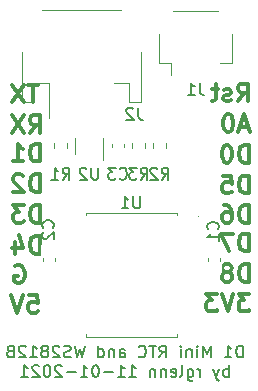
<source format=gbo>
%TF.GenerationSoftware,KiCad,Pcbnew,(5.1.7)-1*%
%TF.CreationDate,2021-01-11T01:01:30-05:00*%
%TF.ProjectId,d1_mini_clock,64315f6d-696e-4695-9f63-6c6f636b2e6b,rev?*%
%TF.SameCoordinates,Original*%
%TF.FileFunction,Legend,Bot*%
%TF.FilePolarity,Positive*%
%FSLAX46Y46*%
G04 Gerber Fmt 4.6, Leading zero omitted, Abs format (unit mm)*
G04 Created by KiCad (PCBNEW (5.1.7)-1) date 2021-01-11 01:01:30*
%MOMM*%
%LPD*%
G01*
G04 APERTURE LIST*
%ADD10C,0.150000*%
%ADD11C,0.300000*%
%ADD12C,0.120000*%
%ADD13O,2.200000X2.200000*%
G04 APERTURE END LIST*
D10*
X148382380Y-108466380D02*
X148382380Y-107466380D01*
X148144285Y-107466380D01*
X148001428Y-107514000D01*
X147906190Y-107609238D01*
X147858571Y-107704476D01*
X147810952Y-107894952D01*
X147810952Y-108037809D01*
X147858571Y-108228285D01*
X147906190Y-108323523D01*
X148001428Y-108418761D01*
X148144285Y-108466380D01*
X148382380Y-108466380D01*
X146858571Y-108466380D02*
X147430000Y-108466380D01*
X147144285Y-108466380D02*
X147144285Y-107466380D01*
X147239523Y-107609238D01*
X147334761Y-107704476D01*
X147430000Y-107752095D01*
X145668095Y-108466380D02*
X145668095Y-107466380D01*
X145334761Y-108180666D01*
X145001428Y-107466380D01*
X145001428Y-108466380D01*
X144525238Y-108466380D02*
X144525238Y-107799714D01*
X144525238Y-107466380D02*
X144572857Y-107514000D01*
X144525238Y-107561619D01*
X144477619Y-107514000D01*
X144525238Y-107466380D01*
X144525238Y-107561619D01*
X144049047Y-107799714D02*
X144049047Y-108466380D01*
X144049047Y-107894952D02*
X144001428Y-107847333D01*
X143906190Y-107799714D01*
X143763333Y-107799714D01*
X143668095Y-107847333D01*
X143620476Y-107942571D01*
X143620476Y-108466380D01*
X143144285Y-108466380D02*
X143144285Y-107799714D01*
X143144285Y-107466380D02*
X143191904Y-107514000D01*
X143144285Y-107561619D01*
X143096666Y-107514000D01*
X143144285Y-107466380D01*
X143144285Y-107561619D01*
X141334761Y-108466380D02*
X141668095Y-107990190D01*
X141906190Y-108466380D02*
X141906190Y-107466380D01*
X141525238Y-107466380D01*
X141430000Y-107514000D01*
X141382380Y-107561619D01*
X141334761Y-107656857D01*
X141334761Y-107799714D01*
X141382380Y-107894952D01*
X141430000Y-107942571D01*
X141525238Y-107990190D01*
X141906190Y-107990190D01*
X141049047Y-107466380D02*
X140477619Y-107466380D01*
X140763333Y-108466380D02*
X140763333Y-107466380D01*
X139572857Y-108371142D02*
X139620476Y-108418761D01*
X139763333Y-108466380D01*
X139858571Y-108466380D01*
X140001428Y-108418761D01*
X140096666Y-108323523D01*
X140144285Y-108228285D01*
X140191904Y-108037809D01*
X140191904Y-107894952D01*
X140144285Y-107704476D01*
X140096666Y-107609238D01*
X140001428Y-107514000D01*
X139858571Y-107466380D01*
X139763333Y-107466380D01*
X139620476Y-107514000D01*
X139572857Y-107561619D01*
X137953809Y-108466380D02*
X137953809Y-107942571D01*
X138001428Y-107847333D01*
X138096666Y-107799714D01*
X138287142Y-107799714D01*
X138382380Y-107847333D01*
X137953809Y-108418761D02*
X138049047Y-108466380D01*
X138287142Y-108466380D01*
X138382380Y-108418761D01*
X138430000Y-108323523D01*
X138430000Y-108228285D01*
X138382380Y-108133047D01*
X138287142Y-108085428D01*
X138049047Y-108085428D01*
X137953809Y-108037809D01*
X137477619Y-107799714D02*
X137477619Y-108466380D01*
X137477619Y-107894952D02*
X137430000Y-107847333D01*
X137334761Y-107799714D01*
X137191904Y-107799714D01*
X137096666Y-107847333D01*
X137049047Y-107942571D01*
X137049047Y-108466380D01*
X136144285Y-108466380D02*
X136144285Y-107466380D01*
X136144285Y-108418761D02*
X136239523Y-108466380D01*
X136430000Y-108466380D01*
X136525238Y-108418761D01*
X136572857Y-108371142D01*
X136620476Y-108275904D01*
X136620476Y-107990190D01*
X136572857Y-107894952D01*
X136525238Y-107847333D01*
X136430000Y-107799714D01*
X136239523Y-107799714D01*
X136144285Y-107847333D01*
X135001428Y-107466380D02*
X134763333Y-108466380D01*
X134572857Y-107752095D01*
X134382380Y-108466380D01*
X134144285Y-107466380D01*
X133810952Y-108418761D02*
X133668095Y-108466380D01*
X133430000Y-108466380D01*
X133334761Y-108418761D01*
X133287142Y-108371142D01*
X133239523Y-108275904D01*
X133239523Y-108180666D01*
X133287142Y-108085428D01*
X133334761Y-108037809D01*
X133430000Y-107990190D01*
X133620476Y-107942571D01*
X133715714Y-107894952D01*
X133763333Y-107847333D01*
X133810952Y-107752095D01*
X133810952Y-107656857D01*
X133763333Y-107561619D01*
X133715714Y-107514000D01*
X133620476Y-107466380D01*
X133382380Y-107466380D01*
X133239523Y-107514000D01*
X132858571Y-107561619D02*
X132810952Y-107514000D01*
X132715714Y-107466380D01*
X132477619Y-107466380D01*
X132382380Y-107514000D01*
X132334761Y-107561619D01*
X132287142Y-107656857D01*
X132287142Y-107752095D01*
X132334761Y-107894952D01*
X132906190Y-108466380D01*
X132287142Y-108466380D01*
X131715714Y-107894952D02*
X131810952Y-107847333D01*
X131858571Y-107799714D01*
X131906190Y-107704476D01*
X131906190Y-107656857D01*
X131858571Y-107561619D01*
X131810952Y-107514000D01*
X131715714Y-107466380D01*
X131525238Y-107466380D01*
X131430000Y-107514000D01*
X131382380Y-107561619D01*
X131334761Y-107656857D01*
X131334761Y-107704476D01*
X131382380Y-107799714D01*
X131430000Y-107847333D01*
X131525238Y-107894952D01*
X131715714Y-107894952D01*
X131810952Y-107942571D01*
X131858571Y-107990190D01*
X131906190Y-108085428D01*
X131906190Y-108275904D01*
X131858571Y-108371142D01*
X131810952Y-108418761D01*
X131715714Y-108466380D01*
X131525238Y-108466380D01*
X131430000Y-108418761D01*
X131382380Y-108371142D01*
X131334761Y-108275904D01*
X131334761Y-108085428D01*
X131382380Y-107990190D01*
X131430000Y-107942571D01*
X131525238Y-107894952D01*
X130382380Y-108466380D02*
X130953809Y-108466380D01*
X130668095Y-108466380D02*
X130668095Y-107466380D01*
X130763333Y-107609238D01*
X130858571Y-107704476D01*
X130953809Y-107752095D01*
X130001428Y-107561619D02*
X129953809Y-107514000D01*
X129858571Y-107466380D01*
X129620476Y-107466380D01*
X129525238Y-107514000D01*
X129477619Y-107561619D01*
X129430000Y-107656857D01*
X129430000Y-107752095D01*
X129477619Y-107894952D01*
X130049047Y-108466380D01*
X129430000Y-108466380D01*
X128668095Y-107942571D02*
X128525238Y-107990190D01*
X128477619Y-108037809D01*
X128430000Y-108133047D01*
X128430000Y-108275904D01*
X128477619Y-108371142D01*
X128525238Y-108418761D01*
X128620476Y-108466380D01*
X129001428Y-108466380D01*
X129001428Y-107466380D01*
X128668095Y-107466380D01*
X128572857Y-107514000D01*
X128525238Y-107561619D01*
X128477619Y-107656857D01*
X128477619Y-107752095D01*
X128525238Y-107847333D01*
X128572857Y-107894952D01*
X128668095Y-107942571D01*
X129001428Y-107942571D01*
X147191904Y-110116380D02*
X147191904Y-109116380D01*
X147191904Y-109497333D02*
X147096666Y-109449714D01*
X146906190Y-109449714D01*
X146810952Y-109497333D01*
X146763333Y-109544952D01*
X146715714Y-109640190D01*
X146715714Y-109925904D01*
X146763333Y-110021142D01*
X146810952Y-110068761D01*
X146906190Y-110116380D01*
X147096666Y-110116380D01*
X147191904Y-110068761D01*
X146382380Y-109449714D02*
X146144285Y-110116380D01*
X145906190Y-109449714D02*
X146144285Y-110116380D01*
X146239523Y-110354476D01*
X146287142Y-110402095D01*
X146382380Y-110449714D01*
X144763333Y-110116380D02*
X144763333Y-109449714D01*
X144763333Y-109640190D02*
X144715714Y-109544952D01*
X144668095Y-109497333D01*
X144572857Y-109449714D01*
X144477619Y-109449714D01*
X143715714Y-109449714D02*
X143715714Y-110259238D01*
X143763333Y-110354476D01*
X143810952Y-110402095D01*
X143906190Y-110449714D01*
X144049047Y-110449714D01*
X144144285Y-110402095D01*
X143715714Y-110068761D02*
X143810952Y-110116380D01*
X144001428Y-110116380D01*
X144096666Y-110068761D01*
X144144285Y-110021142D01*
X144191904Y-109925904D01*
X144191904Y-109640190D01*
X144144285Y-109544952D01*
X144096666Y-109497333D01*
X144001428Y-109449714D01*
X143810952Y-109449714D01*
X143715714Y-109497333D01*
X143096666Y-110116380D02*
X143191904Y-110068761D01*
X143239523Y-109973523D01*
X143239523Y-109116380D01*
X142334761Y-110068761D02*
X142430000Y-110116380D01*
X142620476Y-110116380D01*
X142715714Y-110068761D01*
X142763333Y-109973523D01*
X142763333Y-109592571D01*
X142715714Y-109497333D01*
X142620476Y-109449714D01*
X142430000Y-109449714D01*
X142334761Y-109497333D01*
X142287142Y-109592571D01*
X142287142Y-109687809D01*
X142763333Y-109783047D01*
X141858571Y-109449714D02*
X141858571Y-110116380D01*
X141858571Y-109544952D02*
X141810952Y-109497333D01*
X141715714Y-109449714D01*
X141572857Y-109449714D01*
X141477619Y-109497333D01*
X141430000Y-109592571D01*
X141430000Y-110116380D01*
X140953809Y-109449714D02*
X140953809Y-110116380D01*
X140953809Y-109544952D02*
X140906190Y-109497333D01*
X140810952Y-109449714D01*
X140668095Y-109449714D01*
X140572857Y-109497333D01*
X140525238Y-109592571D01*
X140525238Y-110116380D01*
X138763333Y-110116380D02*
X139334761Y-110116380D01*
X139049047Y-110116380D02*
X139049047Y-109116380D01*
X139144285Y-109259238D01*
X139239523Y-109354476D01*
X139334761Y-109402095D01*
X137810952Y-110116380D02*
X138382380Y-110116380D01*
X138096666Y-110116380D02*
X138096666Y-109116380D01*
X138191904Y-109259238D01*
X138287142Y-109354476D01*
X138382380Y-109402095D01*
X137382380Y-109735428D02*
X136620476Y-109735428D01*
X135953809Y-109116380D02*
X135858571Y-109116380D01*
X135763333Y-109164000D01*
X135715714Y-109211619D01*
X135668095Y-109306857D01*
X135620476Y-109497333D01*
X135620476Y-109735428D01*
X135668095Y-109925904D01*
X135715714Y-110021142D01*
X135763333Y-110068761D01*
X135858571Y-110116380D01*
X135953809Y-110116380D01*
X136049047Y-110068761D01*
X136096666Y-110021142D01*
X136144285Y-109925904D01*
X136191904Y-109735428D01*
X136191904Y-109497333D01*
X136144285Y-109306857D01*
X136096666Y-109211619D01*
X136049047Y-109164000D01*
X135953809Y-109116380D01*
X134668095Y-110116380D02*
X135239523Y-110116380D01*
X134953809Y-110116380D02*
X134953809Y-109116380D01*
X135049047Y-109259238D01*
X135144285Y-109354476D01*
X135239523Y-109402095D01*
X134239523Y-109735428D02*
X133477619Y-109735428D01*
X133049047Y-109211619D02*
X133001428Y-109164000D01*
X132906190Y-109116380D01*
X132668095Y-109116380D01*
X132572857Y-109164000D01*
X132525238Y-109211619D01*
X132477619Y-109306857D01*
X132477619Y-109402095D01*
X132525238Y-109544952D01*
X133096666Y-110116380D01*
X132477619Y-110116380D01*
X131858571Y-109116380D02*
X131763333Y-109116380D01*
X131668095Y-109164000D01*
X131620476Y-109211619D01*
X131572857Y-109306857D01*
X131525238Y-109497333D01*
X131525238Y-109735428D01*
X131572857Y-109925904D01*
X131620476Y-110021142D01*
X131668095Y-110068761D01*
X131763333Y-110116380D01*
X131858571Y-110116380D01*
X131953809Y-110068761D01*
X132001428Y-110021142D01*
X132049047Y-109925904D01*
X132096666Y-109735428D01*
X132096666Y-109497333D01*
X132049047Y-109306857D01*
X132001428Y-109211619D01*
X131953809Y-109164000D01*
X131858571Y-109116380D01*
X131144285Y-109211619D02*
X131096666Y-109164000D01*
X131001428Y-109116380D01*
X130763333Y-109116380D01*
X130668095Y-109164000D01*
X130620476Y-109211619D01*
X130572857Y-109306857D01*
X130572857Y-109402095D01*
X130620476Y-109544952D01*
X131191904Y-110116380D01*
X130572857Y-110116380D01*
X129620476Y-110116380D02*
X130191904Y-110116380D01*
X129906190Y-110116380D02*
X129906190Y-109116380D01*
X130001428Y-109259238D01*
X130096666Y-109354476D01*
X130191904Y-109402095D01*
D11*
X148957142Y-103078571D02*
X148028571Y-103078571D01*
X148528571Y-103650000D01*
X148314285Y-103650000D01*
X148171428Y-103721428D01*
X148100000Y-103792857D01*
X148028571Y-103935714D01*
X148028571Y-104292857D01*
X148100000Y-104435714D01*
X148171428Y-104507142D01*
X148314285Y-104578571D01*
X148742857Y-104578571D01*
X148885714Y-104507142D01*
X148957142Y-104435714D01*
X147600000Y-103078571D02*
X147100000Y-104578571D01*
X146600000Y-103078571D01*
X146242857Y-103078571D02*
X145314285Y-103078571D01*
X145814285Y-103650000D01*
X145600000Y-103650000D01*
X145457142Y-103721428D01*
X145385714Y-103792857D01*
X145314285Y-103935714D01*
X145314285Y-104292857D01*
X145385714Y-104435714D01*
X145457142Y-104507142D01*
X145600000Y-104578571D01*
X146028571Y-104578571D01*
X146171428Y-104507142D01*
X146242857Y-104435714D01*
X148907142Y-102078571D02*
X148907142Y-100578571D01*
X148550000Y-100578571D01*
X148335714Y-100650000D01*
X148192857Y-100792857D01*
X148121428Y-100935714D01*
X148050000Y-101221428D01*
X148050000Y-101435714D01*
X148121428Y-101721428D01*
X148192857Y-101864285D01*
X148335714Y-102007142D01*
X148550000Y-102078571D01*
X148907142Y-102078571D01*
X147192857Y-101221428D02*
X147335714Y-101150000D01*
X147407142Y-101078571D01*
X147478571Y-100935714D01*
X147478571Y-100864285D01*
X147407142Y-100721428D01*
X147335714Y-100650000D01*
X147192857Y-100578571D01*
X146907142Y-100578571D01*
X146764285Y-100650000D01*
X146692857Y-100721428D01*
X146621428Y-100864285D01*
X146621428Y-100935714D01*
X146692857Y-101078571D01*
X146764285Y-101150000D01*
X146907142Y-101221428D01*
X147192857Y-101221428D01*
X147335714Y-101292857D01*
X147407142Y-101364285D01*
X147478571Y-101507142D01*
X147478571Y-101792857D01*
X147407142Y-101935714D01*
X147335714Y-102007142D01*
X147192857Y-102078571D01*
X146907142Y-102078571D01*
X146764285Y-102007142D01*
X146692857Y-101935714D01*
X146621428Y-101792857D01*
X146621428Y-101507142D01*
X146692857Y-101364285D01*
X146764285Y-101292857D01*
X146907142Y-101221428D01*
X148907142Y-99478571D02*
X148907142Y-97978571D01*
X148550000Y-97978571D01*
X148335714Y-98050000D01*
X148192857Y-98192857D01*
X148121428Y-98335714D01*
X148050000Y-98621428D01*
X148050000Y-98835714D01*
X148121428Y-99121428D01*
X148192857Y-99264285D01*
X148335714Y-99407142D01*
X148550000Y-99478571D01*
X148907142Y-99478571D01*
X147550000Y-97978571D02*
X146550000Y-97978571D01*
X147192857Y-99478571D01*
X148907142Y-97078571D02*
X148907142Y-95578571D01*
X148550000Y-95578571D01*
X148335714Y-95650000D01*
X148192857Y-95792857D01*
X148121428Y-95935714D01*
X148050000Y-96221428D01*
X148050000Y-96435714D01*
X148121428Y-96721428D01*
X148192857Y-96864285D01*
X148335714Y-97007142D01*
X148550000Y-97078571D01*
X148907142Y-97078571D01*
X146764285Y-95578571D02*
X147050000Y-95578571D01*
X147192857Y-95650000D01*
X147264285Y-95721428D01*
X147407142Y-95935714D01*
X147478571Y-96221428D01*
X147478571Y-96792857D01*
X147407142Y-96935714D01*
X147335714Y-97007142D01*
X147192857Y-97078571D01*
X146907142Y-97078571D01*
X146764285Y-97007142D01*
X146692857Y-96935714D01*
X146621428Y-96792857D01*
X146621428Y-96435714D01*
X146692857Y-96292857D01*
X146764285Y-96221428D01*
X146907142Y-96150000D01*
X147192857Y-96150000D01*
X147335714Y-96221428D01*
X147407142Y-96292857D01*
X147478571Y-96435714D01*
X148907142Y-94578571D02*
X148907142Y-93078571D01*
X148550000Y-93078571D01*
X148335714Y-93150000D01*
X148192857Y-93292857D01*
X148121428Y-93435714D01*
X148050000Y-93721428D01*
X148050000Y-93935714D01*
X148121428Y-94221428D01*
X148192857Y-94364285D01*
X148335714Y-94507142D01*
X148550000Y-94578571D01*
X148907142Y-94578571D01*
X146692857Y-93078571D02*
X147407142Y-93078571D01*
X147478571Y-93792857D01*
X147407142Y-93721428D01*
X147264285Y-93650000D01*
X146907142Y-93650000D01*
X146764285Y-93721428D01*
X146692857Y-93792857D01*
X146621428Y-93935714D01*
X146621428Y-94292857D01*
X146692857Y-94435714D01*
X146764285Y-94507142D01*
X146907142Y-94578571D01*
X147264285Y-94578571D01*
X147407142Y-94507142D01*
X147478571Y-94435714D01*
X148907142Y-91978571D02*
X148907142Y-90478571D01*
X148550000Y-90478571D01*
X148335714Y-90550000D01*
X148192857Y-90692857D01*
X148121428Y-90835714D01*
X148050000Y-91121428D01*
X148050000Y-91335714D01*
X148121428Y-91621428D01*
X148192857Y-91764285D01*
X148335714Y-91907142D01*
X148550000Y-91978571D01*
X148907142Y-91978571D01*
X147121428Y-90478571D02*
X146978571Y-90478571D01*
X146835714Y-90550000D01*
X146764285Y-90621428D01*
X146692857Y-90764285D01*
X146621428Y-91050000D01*
X146621428Y-91407142D01*
X146692857Y-91692857D01*
X146764285Y-91835714D01*
X146835714Y-91907142D01*
X146978571Y-91978571D01*
X147121428Y-91978571D01*
X147264285Y-91907142D01*
X147335714Y-91835714D01*
X147407142Y-91692857D01*
X147478571Y-91407142D01*
X147478571Y-91050000D01*
X147407142Y-90764285D01*
X147335714Y-90621428D01*
X147264285Y-90550000D01*
X147121428Y-90478571D01*
X148871428Y-88950000D02*
X148157142Y-88950000D01*
X149014285Y-89378571D02*
X148514285Y-87878571D01*
X148014285Y-89378571D01*
X147228571Y-87878571D02*
X147085714Y-87878571D01*
X146942857Y-87950000D01*
X146871428Y-88021428D01*
X146800000Y-88164285D01*
X146728571Y-88450000D01*
X146728571Y-88807142D01*
X146800000Y-89092857D01*
X146871428Y-89235714D01*
X146942857Y-89307142D01*
X147085714Y-89378571D01*
X147228571Y-89378571D01*
X147371428Y-89307142D01*
X147442857Y-89235714D01*
X147514285Y-89092857D01*
X147585714Y-88807142D01*
X147585714Y-88450000D01*
X147514285Y-88164285D01*
X147442857Y-88021428D01*
X147371428Y-87950000D01*
X147228571Y-87878571D01*
X147971428Y-86778571D02*
X148471428Y-86064285D01*
X148828571Y-86778571D02*
X148828571Y-85278571D01*
X148257142Y-85278571D01*
X148114285Y-85350000D01*
X148042857Y-85421428D01*
X147971428Y-85564285D01*
X147971428Y-85778571D01*
X148042857Y-85921428D01*
X148114285Y-85992857D01*
X148257142Y-86064285D01*
X148828571Y-86064285D01*
X147400000Y-86707142D02*
X147257142Y-86778571D01*
X146971428Y-86778571D01*
X146828571Y-86707142D01*
X146757142Y-86564285D01*
X146757142Y-86492857D01*
X146828571Y-86350000D01*
X146971428Y-86278571D01*
X147185714Y-86278571D01*
X147328571Y-86207142D01*
X147400000Y-86064285D01*
X147400000Y-85992857D01*
X147328571Y-85850000D01*
X147185714Y-85778571D01*
X146971428Y-85778571D01*
X146828571Y-85850000D01*
X146328571Y-85778571D02*
X145757142Y-85778571D01*
X146114285Y-85278571D02*
X146114285Y-86564285D01*
X146042857Y-86707142D01*
X145900000Y-86778571D01*
X145757142Y-86778571D01*
X130285714Y-103178571D02*
X131000000Y-103178571D01*
X131071428Y-103892857D01*
X131000000Y-103821428D01*
X130857142Y-103750000D01*
X130500000Y-103750000D01*
X130357142Y-103821428D01*
X130285714Y-103892857D01*
X130214285Y-104035714D01*
X130214285Y-104392857D01*
X130285714Y-104535714D01*
X130357142Y-104607142D01*
X130500000Y-104678571D01*
X130857142Y-104678571D01*
X131000000Y-104607142D01*
X131071428Y-104535714D01*
X129785714Y-103178571D02*
X129285714Y-104678571D01*
X128785714Y-103178571D01*
X129107142Y-100750000D02*
X129250000Y-100678571D01*
X129464285Y-100678571D01*
X129678571Y-100750000D01*
X129821428Y-100892857D01*
X129892857Y-101035714D01*
X129964285Y-101321428D01*
X129964285Y-101535714D01*
X129892857Y-101821428D01*
X129821428Y-101964285D01*
X129678571Y-102107142D01*
X129464285Y-102178571D01*
X129321428Y-102178571D01*
X129107142Y-102107142D01*
X129035714Y-102035714D01*
X129035714Y-101535714D01*
X129321428Y-101535714D01*
X131207142Y-99678571D02*
X131207142Y-98178571D01*
X130850000Y-98178571D01*
X130635714Y-98250000D01*
X130492857Y-98392857D01*
X130421428Y-98535714D01*
X130350000Y-98821428D01*
X130350000Y-99035714D01*
X130421428Y-99321428D01*
X130492857Y-99464285D01*
X130635714Y-99607142D01*
X130850000Y-99678571D01*
X131207142Y-99678571D01*
X129064285Y-98678571D02*
X129064285Y-99678571D01*
X129421428Y-98107142D02*
X129778571Y-99178571D01*
X128850000Y-99178571D01*
X131207142Y-97078571D02*
X131207142Y-95578571D01*
X130850000Y-95578571D01*
X130635714Y-95650000D01*
X130492857Y-95792857D01*
X130421428Y-95935714D01*
X130350000Y-96221428D01*
X130350000Y-96435714D01*
X130421428Y-96721428D01*
X130492857Y-96864285D01*
X130635714Y-97007142D01*
X130850000Y-97078571D01*
X131207142Y-97078571D01*
X129850000Y-95578571D02*
X128921428Y-95578571D01*
X129421428Y-96150000D01*
X129207142Y-96150000D01*
X129064285Y-96221428D01*
X128992857Y-96292857D01*
X128921428Y-96435714D01*
X128921428Y-96792857D01*
X128992857Y-96935714D01*
X129064285Y-97007142D01*
X129207142Y-97078571D01*
X129635714Y-97078571D01*
X129778571Y-97007142D01*
X129850000Y-96935714D01*
X131207142Y-94478571D02*
X131207142Y-92978571D01*
X130850000Y-92978571D01*
X130635714Y-93050000D01*
X130492857Y-93192857D01*
X130421428Y-93335714D01*
X130350000Y-93621428D01*
X130350000Y-93835714D01*
X130421428Y-94121428D01*
X130492857Y-94264285D01*
X130635714Y-94407142D01*
X130850000Y-94478571D01*
X131207142Y-94478571D01*
X129778571Y-93121428D02*
X129707142Y-93050000D01*
X129564285Y-92978571D01*
X129207142Y-92978571D01*
X129064285Y-93050000D01*
X128992857Y-93121428D01*
X128921428Y-93264285D01*
X128921428Y-93407142D01*
X128992857Y-93621428D01*
X129850000Y-94478571D01*
X128921428Y-94478571D01*
X131207142Y-91878571D02*
X131207142Y-90378571D01*
X130850000Y-90378571D01*
X130635714Y-90450000D01*
X130492857Y-90592857D01*
X130421428Y-90735714D01*
X130350000Y-91021428D01*
X130350000Y-91235714D01*
X130421428Y-91521428D01*
X130492857Y-91664285D01*
X130635714Y-91807142D01*
X130850000Y-91878571D01*
X131207142Y-91878571D01*
X128921428Y-91878571D02*
X129778571Y-91878571D01*
X129350000Y-91878571D02*
X129350000Y-90378571D01*
X129492857Y-90592857D01*
X129635714Y-90735714D01*
X129778571Y-90807142D01*
X130350000Y-89478571D02*
X130850000Y-88764285D01*
X131207142Y-89478571D02*
X131207142Y-87978571D01*
X130635714Y-87978571D01*
X130492857Y-88050000D01*
X130421428Y-88121428D01*
X130350000Y-88264285D01*
X130350000Y-88478571D01*
X130421428Y-88621428D01*
X130492857Y-88692857D01*
X130635714Y-88764285D01*
X131207142Y-88764285D01*
X129850000Y-87978571D02*
X128850000Y-89478571D01*
X128850000Y-87978571D02*
X129850000Y-89478571D01*
X131042857Y-85378571D02*
X130185714Y-85378571D01*
X130614285Y-86878571D02*
X130614285Y-85378571D01*
X129828571Y-85378571D02*
X128828571Y-86878571D01*
X128828571Y-85378571D02*
X129828571Y-86878571D01*
D12*
%TO.C,J2*%
X129687000Y-82626000D02*
X129687000Y-86876000D01*
X129687000Y-86876000D02*
X130707000Y-86876000D01*
X130707000Y-86876000D02*
X130707000Y-85276000D01*
X130707000Y-85276000D02*
X131987000Y-85276000D01*
X131987000Y-85276000D02*
X131987000Y-88166000D01*
X139807000Y-82626000D02*
X139807000Y-86876000D01*
X139807000Y-86876000D02*
X138787000Y-86876000D01*
X138787000Y-86876000D02*
X138787000Y-85276000D01*
X138787000Y-85276000D02*
X137507000Y-85276000D01*
X131407000Y-79056000D02*
X138087000Y-79056000D01*
%TO.C,C1*%
X146433000Y-100062420D02*
X146433000Y-100343580D01*
X145413000Y-100062420D02*
X145413000Y-100343580D01*
%TO.C,C2*%
X131443000Y-100062420D02*
X131443000Y-100343580D01*
X132463000Y-100062420D02*
X132463000Y-100343580D01*
%TO.C,C3*%
X137285000Y-90410420D02*
X137285000Y-90691580D01*
X138305000Y-90410420D02*
X138305000Y-90691580D01*
%TO.C,J1*%
X141289000Y-81073000D02*
X141289000Y-83573000D01*
X141289000Y-83573000D02*
X142339000Y-83573000D01*
X142339000Y-83573000D02*
X142339000Y-84563000D01*
X147509000Y-81073000D02*
X147509000Y-83573000D01*
X147509000Y-83573000D02*
X146459000Y-83573000D01*
X142459000Y-79103000D02*
X146339000Y-79103000D01*
%TO.C,U1*%
X138938000Y-106733000D02*
X135078000Y-106733000D01*
X135078000Y-106733000D02*
X135078000Y-106478000D01*
X138938000Y-106733000D02*
X142798000Y-106733000D01*
X142798000Y-106733000D02*
X142798000Y-106478000D01*
X138938000Y-96213000D02*
X135078000Y-96213000D01*
X135078000Y-96213000D02*
X135078000Y-96468000D01*
X138938000Y-96213000D02*
X142798000Y-96213000D01*
X142798000Y-96213000D02*
X142798000Y-96468000D01*
X142798000Y-96468000D02*
X144613000Y-96468000D01*
%TO.C,U2*%
X136542000Y-89851000D02*
X136542000Y-91751000D01*
X134222000Y-91251000D02*
X134222000Y-89851000D01*
%TO.C,R1*%
X132446500Y-90313742D02*
X132446500Y-90788258D01*
X133491500Y-90313742D02*
X133491500Y-90788258D01*
%TO.C,R2*%
X140828500Y-90788258D02*
X140828500Y-90313742D01*
X141873500Y-90788258D02*
X141873500Y-90313742D01*
%TO.C,R3*%
X140095500Y-90788258D02*
X140095500Y-90313742D01*
X139050500Y-90788258D02*
X139050500Y-90313742D01*
%TO.C,J2*%
D10*
X139525333Y-87336380D02*
X139525333Y-88050666D01*
X139572952Y-88193523D01*
X139668190Y-88288761D01*
X139811047Y-88336380D01*
X139906285Y-88336380D01*
X139096761Y-87431619D02*
X139049142Y-87384000D01*
X138953904Y-87336380D01*
X138715809Y-87336380D01*
X138620571Y-87384000D01*
X138572952Y-87431619D01*
X138525333Y-87526857D01*
X138525333Y-87622095D01*
X138572952Y-87764952D01*
X139144380Y-88336380D01*
X138525333Y-88336380D01*
%TO.C,C1*%
X146280142Y-97623333D02*
X146327761Y-97575714D01*
X146375380Y-97432857D01*
X146375380Y-97337619D01*
X146327761Y-97194761D01*
X146232523Y-97099523D01*
X146137285Y-97051904D01*
X145946809Y-97004285D01*
X145803952Y-97004285D01*
X145613476Y-97051904D01*
X145518238Y-97099523D01*
X145423000Y-97194761D01*
X145375380Y-97337619D01*
X145375380Y-97432857D01*
X145423000Y-97575714D01*
X145470619Y-97623333D01*
X146375380Y-98575714D02*
X146375380Y-98004285D01*
X146375380Y-98290000D02*
X145375380Y-98290000D01*
X145518238Y-98194761D01*
X145613476Y-98099523D01*
X145661095Y-98004285D01*
%TO.C,C2*%
X132310142Y-97496333D02*
X132357761Y-97448714D01*
X132405380Y-97305857D01*
X132405380Y-97210619D01*
X132357761Y-97067761D01*
X132262523Y-96972523D01*
X132167285Y-96924904D01*
X131976809Y-96877285D01*
X131833952Y-96877285D01*
X131643476Y-96924904D01*
X131548238Y-96972523D01*
X131453000Y-97067761D01*
X131405380Y-97210619D01*
X131405380Y-97305857D01*
X131453000Y-97448714D01*
X131500619Y-97496333D01*
X131500619Y-97877285D02*
X131453000Y-97924904D01*
X131405380Y-98020142D01*
X131405380Y-98258238D01*
X131453000Y-98353476D01*
X131500619Y-98401095D01*
X131595857Y-98448714D01*
X131691095Y-98448714D01*
X131833952Y-98401095D01*
X132405380Y-97829666D01*
X132405380Y-98448714D01*
%TO.C,C3*%
X137961666Y-93321142D02*
X138009285Y-93368761D01*
X138152142Y-93416380D01*
X138247380Y-93416380D01*
X138390238Y-93368761D01*
X138485476Y-93273523D01*
X138533095Y-93178285D01*
X138580714Y-92987809D01*
X138580714Y-92844952D01*
X138533095Y-92654476D01*
X138485476Y-92559238D01*
X138390238Y-92464000D01*
X138247380Y-92416380D01*
X138152142Y-92416380D01*
X138009285Y-92464000D01*
X137961666Y-92511619D01*
X137628333Y-92416380D02*
X137009285Y-92416380D01*
X137342619Y-92797333D01*
X137199761Y-92797333D01*
X137104523Y-92844952D01*
X137056904Y-92892571D01*
X137009285Y-92987809D01*
X137009285Y-93225904D01*
X137056904Y-93321142D01*
X137104523Y-93368761D01*
X137199761Y-93416380D01*
X137485476Y-93416380D01*
X137580714Y-93368761D01*
X137628333Y-93321142D01*
%TO.C,J1*%
X144732333Y-85220380D02*
X144732333Y-85934666D01*
X144779952Y-86077523D01*
X144875190Y-86172761D01*
X145018047Y-86220380D01*
X145113285Y-86220380D01*
X143732333Y-86220380D02*
X144303761Y-86220380D01*
X144018047Y-86220380D02*
X144018047Y-85220380D01*
X144113285Y-85363238D01*
X144208523Y-85458476D01*
X144303761Y-85506095D01*
%TO.C,U1*%
X139699904Y-94825380D02*
X139699904Y-95634904D01*
X139652285Y-95730142D01*
X139604666Y-95777761D01*
X139509428Y-95825380D01*
X139318952Y-95825380D01*
X139223714Y-95777761D01*
X139176095Y-95730142D01*
X139128476Y-95634904D01*
X139128476Y-94825380D01*
X138128476Y-95825380D02*
X138699904Y-95825380D01*
X138414190Y-95825380D02*
X138414190Y-94825380D01*
X138509428Y-94968238D01*
X138604666Y-95063476D01*
X138699904Y-95111095D01*
%TO.C,U2*%
X136143904Y-92416380D02*
X136143904Y-93225904D01*
X136096285Y-93321142D01*
X136048666Y-93368761D01*
X135953428Y-93416380D01*
X135762952Y-93416380D01*
X135667714Y-93368761D01*
X135620095Y-93321142D01*
X135572476Y-93225904D01*
X135572476Y-92416380D01*
X135143904Y-92511619D02*
X135096285Y-92464000D01*
X135001047Y-92416380D01*
X134762952Y-92416380D01*
X134667714Y-92464000D01*
X134620095Y-92511619D01*
X134572476Y-92606857D01*
X134572476Y-92702095D01*
X134620095Y-92844952D01*
X135191523Y-93416380D01*
X134572476Y-93416380D01*
%TO.C,R1*%
X133135666Y-93416380D02*
X133469000Y-92940190D01*
X133707095Y-93416380D02*
X133707095Y-92416380D01*
X133326142Y-92416380D01*
X133230904Y-92464000D01*
X133183285Y-92511619D01*
X133135666Y-92606857D01*
X133135666Y-92749714D01*
X133183285Y-92844952D01*
X133230904Y-92892571D01*
X133326142Y-92940190D01*
X133707095Y-92940190D01*
X132183285Y-93416380D02*
X132754714Y-93416380D01*
X132469000Y-93416380D02*
X132469000Y-92416380D01*
X132564238Y-92559238D01*
X132659476Y-92654476D01*
X132754714Y-92702095D01*
%TO.C,R2*%
X141517666Y-93416380D02*
X141851000Y-92940190D01*
X142089095Y-93416380D02*
X142089095Y-92416380D01*
X141708142Y-92416380D01*
X141612904Y-92464000D01*
X141565285Y-92511619D01*
X141517666Y-92606857D01*
X141517666Y-92749714D01*
X141565285Y-92844952D01*
X141612904Y-92892571D01*
X141708142Y-92940190D01*
X142089095Y-92940190D01*
X141136714Y-92511619D02*
X141089095Y-92464000D01*
X140993857Y-92416380D01*
X140755761Y-92416380D01*
X140660523Y-92464000D01*
X140612904Y-92511619D01*
X140565285Y-92606857D01*
X140565285Y-92702095D01*
X140612904Y-92844952D01*
X141184333Y-93416380D01*
X140565285Y-93416380D01*
%TO.C,R3*%
X139739666Y-93416380D02*
X140073000Y-92940190D01*
X140311095Y-93416380D02*
X140311095Y-92416380D01*
X139930142Y-92416380D01*
X139834904Y-92464000D01*
X139787285Y-92511619D01*
X139739666Y-92606857D01*
X139739666Y-92749714D01*
X139787285Y-92844952D01*
X139834904Y-92892571D01*
X139930142Y-92940190D01*
X140311095Y-92940190D01*
X139406333Y-92416380D02*
X138787285Y-92416380D01*
X139120619Y-92797333D01*
X138977761Y-92797333D01*
X138882523Y-92844952D01*
X138834904Y-92892571D01*
X138787285Y-92987809D01*
X138787285Y-93225904D01*
X138834904Y-93321142D01*
X138882523Y-93368761D01*
X138977761Y-93416380D01*
X139263476Y-93416380D01*
X139358714Y-93368761D01*
X139406333Y-93321142D01*
%TD*%
%LPC*%
%TO.C,J2*%
G36*
G01*
X132047000Y-88016000D02*
X132047000Y-84816000D01*
G75*
G02*
X132397000Y-84466000I350000J0D01*
G01*
X133097000Y-84466000D01*
G75*
G02*
X133447000Y-84816000I0J-350000D01*
G01*
X133447000Y-88016000D01*
G75*
G02*
X133097000Y-88366000I-350000J0D01*
G01*
X132397000Y-88366000D01*
G75*
G02*
X132047000Y-88016000I0J350000D01*
G01*
G37*
G36*
G01*
X134047000Y-88016000D02*
X134047000Y-84816000D01*
G75*
G02*
X134397000Y-84466000I350000J0D01*
G01*
X135097000Y-84466000D01*
G75*
G02*
X135447000Y-84816000I0J-350000D01*
G01*
X135447000Y-88016000D01*
G75*
G02*
X135097000Y-88366000I-350000J0D01*
G01*
X134397000Y-88366000D01*
G75*
G02*
X134047000Y-88016000I0J350000D01*
G01*
G37*
G36*
G01*
X136047000Y-88016000D02*
X136047000Y-84816000D01*
G75*
G02*
X136397000Y-84466000I350000J0D01*
G01*
X137097000Y-84466000D01*
G75*
G02*
X137447000Y-84816000I0J-350000D01*
G01*
X137447000Y-88016000D01*
G75*
G02*
X137097000Y-88366000I-350000J0D01*
G01*
X136397000Y-88366000D01*
G75*
G02*
X136047000Y-88016000I0J350000D01*
G01*
G37*
G36*
G01*
X129447000Y-82249334D02*
X129447000Y-79082666D01*
G75*
G02*
X129763666Y-78766000I316666J0D01*
G01*
X131030334Y-78766000D01*
G75*
G02*
X131347000Y-79082666I0J-316666D01*
G01*
X131347000Y-82249334D01*
G75*
G02*
X131030334Y-82566000I-316666J0D01*
G01*
X129763666Y-82566000D01*
G75*
G02*
X129447000Y-82249334I0J316666D01*
G01*
G37*
G36*
G01*
X138147000Y-82249334D02*
X138147000Y-79082666D01*
G75*
G02*
X138463666Y-78766000I316666J0D01*
G01*
X139730334Y-78766000D01*
G75*
G02*
X140047000Y-79082666I0J-316666D01*
G01*
X140047000Y-82249334D01*
G75*
G02*
X139730334Y-82566000I-316666J0D01*
G01*
X138463666Y-82566000D01*
G75*
G02*
X138147000Y-82249334I0J316666D01*
G01*
G37*
%TD*%
%TO.C,P1*%
G36*
G01*
X128590000Y-103050000D02*
X128590000Y-104850000D01*
G75*
G02*
X128390000Y-105050000I-200000J0D01*
G01*
X126590000Y-105050000D01*
G75*
G02*
X126390000Y-104850000I0J200000D01*
G01*
X126390000Y-103050000D01*
G75*
G02*
X126590000Y-102850000I200000J0D01*
G01*
X128390000Y-102850000D01*
G75*
G02*
X128590000Y-103050000I0J-200000D01*
G01*
G37*
D13*
X127490000Y-101410000D03*
X127490000Y-98870000D03*
X127490000Y-96330000D03*
X127490000Y-93790000D03*
X127490000Y-91250000D03*
X127490000Y-88710000D03*
X127490000Y-86170000D03*
%TD*%
%TO.C,P2*%
G36*
G01*
X151450000Y-103050000D02*
X151450000Y-104850000D01*
G75*
G02*
X151250000Y-105050000I-200000J0D01*
G01*
X149450000Y-105050000D01*
G75*
G02*
X149250000Y-104850000I0J200000D01*
G01*
X149250000Y-103050000D01*
G75*
G02*
X149450000Y-102850000I200000J0D01*
G01*
X151250000Y-102850000D01*
G75*
G02*
X151450000Y-103050000I0J-200000D01*
G01*
G37*
X150350000Y-101410000D03*
X150350000Y-98870000D03*
X150350000Y-96330000D03*
X150350000Y-93790000D03*
X150350000Y-91250000D03*
X150350000Y-88710000D03*
X150350000Y-86170000D03*
%TD*%
%TO.C,C1*%
G36*
G01*
X145573000Y-100328000D02*
X146273000Y-100328000D01*
G75*
G02*
X146598000Y-100653000I0J-325000D01*
G01*
X146598000Y-101303000D01*
G75*
G02*
X146273000Y-101628000I-325000J0D01*
G01*
X145573000Y-101628000D01*
G75*
G02*
X145248000Y-101303000I0J325000D01*
G01*
X145248000Y-100653000D01*
G75*
G02*
X145573000Y-100328000I325000J0D01*
G01*
G37*
G36*
G01*
X145573000Y-98778000D02*
X146273000Y-98778000D01*
G75*
G02*
X146598000Y-99103000I0J-325000D01*
G01*
X146598000Y-99753000D01*
G75*
G02*
X146273000Y-100078000I-325000J0D01*
G01*
X145573000Y-100078000D01*
G75*
G02*
X145248000Y-99753000I0J325000D01*
G01*
X145248000Y-99103000D01*
G75*
G02*
X145573000Y-98778000I325000J0D01*
G01*
G37*
%TD*%
%TO.C,C2*%
G36*
G01*
X131603000Y-98778000D02*
X132303000Y-98778000D01*
G75*
G02*
X132628000Y-99103000I0J-325000D01*
G01*
X132628000Y-99753000D01*
G75*
G02*
X132303000Y-100078000I-325000J0D01*
G01*
X131603000Y-100078000D01*
G75*
G02*
X131278000Y-99753000I0J325000D01*
G01*
X131278000Y-99103000D01*
G75*
G02*
X131603000Y-98778000I325000J0D01*
G01*
G37*
G36*
G01*
X131603000Y-100328000D02*
X132303000Y-100328000D01*
G75*
G02*
X132628000Y-100653000I0J-325000D01*
G01*
X132628000Y-101303000D01*
G75*
G02*
X132303000Y-101628000I-325000J0D01*
G01*
X131603000Y-101628000D01*
G75*
G02*
X131278000Y-101303000I0J325000D01*
G01*
X131278000Y-100653000D01*
G75*
G02*
X131603000Y-100328000I325000J0D01*
G01*
G37*
%TD*%
%TO.C,C3*%
G36*
G01*
X137445000Y-89126000D02*
X138145000Y-89126000D01*
G75*
G02*
X138470000Y-89451000I0J-325000D01*
G01*
X138470000Y-90101000D01*
G75*
G02*
X138145000Y-90426000I-325000J0D01*
G01*
X137445000Y-90426000D01*
G75*
G02*
X137120000Y-90101000I0J325000D01*
G01*
X137120000Y-89451000D01*
G75*
G02*
X137445000Y-89126000I325000J0D01*
G01*
G37*
G36*
G01*
X137445000Y-90676000D02*
X138145000Y-90676000D01*
G75*
G02*
X138470000Y-91001000I0J-325000D01*
G01*
X138470000Y-91651000D01*
G75*
G02*
X138145000Y-91976000I-325000J0D01*
G01*
X137445000Y-91976000D01*
G75*
G02*
X137120000Y-91651000I0J325000D01*
G01*
X137120000Y-91001000D01*
G75*
G02*
X137445000Y-90676000I325000J0D01*
G01*
G37*
%TD*%
%TO.C,J1*%
G36*
G01*
X142399000Y-84513000D02*
X142399000Y-83063000D01*
G75*
G02*
X142649000Y-82813000I250000J0D01*
G01*
X143149000Y-82813000D01*
G75*
G02*
X143399000Y-83063000I0J-250000D01*
G01*
X143399000Y-84513000D01*
G75*
G02*
X143149000Y-84763000I-250000J0D01*
G01*
X142649000Y-84763000D01*
G75*
G02*
X142399000Y-84513000I0J250000D01*
G01*
G37*
G36*
G01*
X143399000Y-84513000D02*
X143399000Y-83063000D01*
G75*
G02*
X143649000Y-82813000I250000J0D01*
G01*
X144149000Y-82813000D01*
G75*
G02*
X144399000Y-83063000I0J-250000D01*
G01*
X144399000Y-84513000D01*
G75*
G02*
X144149000Y-84763000I-250000J0D01*
G01*
X143649000Y-84763000D01*
G75*
G02*
X143399000Y-84513000I0J250000D01*
G01*
G37*
G36*
G01*
X144399000Y-84513000D02*
X144399000Y-83063000D01*
G75*
G02*
X144649000Y-82813000I250000J0D01*
G01*
X145149000Y-82813000D01*
G75*
G02*
X145399000Y-83063000I0J-250000D01*
G01*
X145399000Y-84513000D01*
G75*
G02*
X145149000Y-84763000I-250000J0D01*
G01*
X144649000Y-84763000D01*
G75*
G02*
X144399000Y-84513000I0J250000D01*
G01*
G37*
G36*
G01*
X145399000Y-84513000D02*
X145399000Y-83063000D01*
G75*
G02*
X145649000Y-82813000I250000J0D01*
G01*
X146149000Y-82813000D01*
G75*
G02*
X146399000Y-83063000I0J-250000D01*
G01*
X146399000Y-84513000D01*
G75*
G02*
X146149000Y-84763000I-250000J0D01*
G01*
X145649000Y-84763000D01*
G75*
G02*
X145399000Y-84513000I0J250000D01*
G01*
G37*
G36*
G01*
X140799000Y-80679668D02*
X140799000Y-79146332D01*
G75*
G02*
X141132332Y-78813000I333332J0D01*
G01*
X142065668Y-78813000D01*
G75*
G02*
X142399000Y-79146332I0J-333332D01*
G01*
X142399000Y-80679668D01*
G75*
G02*
X142065668Y-81013000I-333332J0D01*
G01*
X141132332Y-81013000D01*
G75*
G02*
X140799000Y-80679668I0J333332D01*
G01*
G37*
G36*
G01*
X146399000Y-80679668D02*
X146399000Y-79146332D01*
G75*
G02*
X146732332Y-78813000I333332J0D01*
G01*
X147665668Y-78813000D01*
G75*
G02*
X147999000Y-79146332I0J-333332D01*
G01*
X147999000Y-80679668D01*
G75*
G02*
X147665668Y-81013000I-333332J0D01*
G01*
X146732332Y-81013000D01*
G75*
G02*
X146399000Y-80679668I0J333332D01*
G01*
G37*
%TD*%
%TO.C,U1*%
G36*
G01*
X144813000Y-96778000D02*
X144813000Y-97278000D01*
G75*
G02*
X144563000Y-97528000I-250000J0D01*
G01*
X142613000Y-97528000D01*
G75*
G02*
X142363000Y-97278000I0J250000D01*
G01*
X142363000Y-96778000D01*
G75*
G02*
X142613000Y-96528000I250000J0D01*
G01*
X144563000Y-96528000D01*
G75*
G02*
X144813000Y-96778000I0J-250000D01*
G01*
G37*
G36*
G01*
X144813000Y-98048000D02*
X144813000Y-98548000D01*
G75*
G02*
X144563000Y-98798000I-250000J0D01*
G01*
X142613000Y-98798000D01*
G75*
G02*
X142363000Y-98548000I0J250000D01*
G01*
X142363000Y-98048000D01*
G75*
G02*
X142613000Y-97798000I250000J0D01*
G01*
X144563000Y-97798000D01*
G75*
G02*
X144813000Y-98048000I0J-250000D01*
G01*
G37*
G36*
G01*
X144813000Y-99318000D02*
X144813000Y-99818000D01*
G75*
G02*
X144563000Y-100068000I-250000J0D01*
G01*
X142613000Y-100068000D01*
G75*
G02*
X142363000Y-99818000I0J250000D01*
G01*
X142363000Y-99318000D01*
G75*
G02*
X142613000Y-99068000I250000J0D01*
G01*
X144563000Y-99068000D01*
G75*
G02*
X144813000Y-99318000I0J-250000D01*
G01*
G37*
G36*
G01*
X144813000Y-100588000D02*
X144813000Y-101088000D01*
G75*
G02*
X144563000Y-101338000I-250000J0D01*
G01*
X142613000Y-101338000D01*
G75*
G02*
X142363000Y-101088000I0J250000D01*
G01*
X142363000Y-100588000D01*
G75*
G02*
X142613000Y-100338000I250000J0D01*
G01*
X144563000Y-100338000D01*
G75*
G02*
X144813000Y-100588000I0J-250000D01*
G01*
G37*
G36*
G01*
X144813000Y-101858000D02*
X144813000Y-102358000D01*
G75*
G02*
X144563000Y-102608000I-250000J0D01*
G01*
X142613000Y-102608000D01*
G75*
G02*
X142363000Y-102358000I0J250000D01*
G01*
X142363000Y-101858000D01*
G75*
G02*
X142613000Y-101608000I250000J0D01*
G01*
X144563000Y-101608000D01*
G75*
G02*
X144813000Y-101858000I0J-250000D01*
G01*
G37*
G36*
G01*
X144813000Y-103128000D02*
X144813000Y-103628000D01*
G75*
G02*
X144563000Y-103878000I-250000J0D01*
G01*
X142613000Y-103878000D01*
G75*
G02*
X142363000Y-103628000I0J250000D01*
G01*
X142363000Y-103128000D01*
G75*
G02*
X142613000Y-102878000I250000J0D01*
G01*
X144563000Y-102878000D01*
G75*
G02*
X144813000Y-103128000I0J-250000D01*
G01*
G37*
G36*
G01*
X144813000Y-104398000D02*
X144813000Y-104898000D01*
G75*
G02*
X144563000Y-105148000I-250000J0D01*
G01*
X142613000Y-105148000D01*
G75*
G02*
X142363000Y-104898000I0J250000D01*
G01*
X142363000Y-104398000D01*
G75*
G02*
X142613000Y-104148000I250000J0D01*
G01*
X144563000Y-104148000D01*
G75*
G02*
X144813000Y-104398000I0J-250000D01*
G01*
G37*
G36*
G01*
X144813000Y-105668000D02*
X144813000Y-106168000D01*
G75*
G02*
X144563000Y-106418000I-250000J0D01*
G01*
X142613000Y-106418000D01*
G75*
G02*
X142363000Y-106168000I0J250000D01*
G01*
X142363000Y-105668000D01*
G75*
G02*
X142613000Y-105418000I250000J0D01*
G01*
X144563000Y-105418000D01*
G75*
G02*
X144813000Y-105668000I0J-250000D01*
G01*
G37*
G36*
G01*
X135513000Y-105668000D02*
X135513000Y-106168000D01*
G75*
G02*
X135263000Y-106418000I-250000J0D01*
G01*
X133313000Y-106418000D01*
G75*
G02*
X133063000Y-106168000I0J250000D01*
G01*
X133063000Y-105668000D01*
G75*
G02*
X133313000Y-105418000I250000J0D01*
G01*
X135263000Y-105418000D01*
G75*
G02*
X135513000Y-105668000I0J-250000D01*
G01*
G37*
G36*
G01*
X135513000Y-104398000D02*
X135513000Y-104898000D01*
G75*
G02*
X135263000Y-105148000I-250000J0D01*
G01*
X133313000Y-105148000D01*
G75*
G02*
X133063000Y-104898000I0J250000D01*
G01*
X133063000Y-104398000D01*
G75*
G02*
X133313000Y-104148000I250000J0D01*
G01*
X135263000Y-104148000D01*
G75*
G02*
X135513000Y-104398000I0J-250000D01*
G01*
G37*
G36*
G01*
X135513000Y-103128000D02*
X135513000Y-103628000D01*
G75*
G02*
X135263000Y-103878000I-250000J0D01*
G01*
X133313000Y-103878000D01*
G75*
G02*
X133063000Y-103628000I0J250000D01*
G01*
X133063000Y-103128000D01*
G75*
G02*
X133313000Y-102878000I250000J0D01*
G01*
X135263000Y-102878000D01*
G75*
G02*
X135513000Y-103128000I0J-250000D01*
G01*
G37*
G36*
G01*
X135513000Y-101858000D02*
X135513000Y-102358000D01*
G75*
G02*
X135263000Y-102608000I-250000J0D01*
G01*
X133313000Y-102608000D01*
G75*
G02*
X133063000Y-102358000I0J250000D01*
G01*
X133063000Y-101858000D01*
G75*
G02*
X133313000Y-101608000I250000J0D01*
G01*
X135263000Y-101608000D01*
G75*
G02*
X135513000Y-101858000I0J-250000D01*
G01*
G37*
G36*
G01*
X135513000Y-100588000D02*
X135513000Y-101088000D01*
G75*
G02*
X135263000Y-101338000I-250000J0D01*
G01*
X133313000Y-101338000D01*
G75*
G02*
X133063000Y-101088000I0J250000D01*
G01*
X133063000Y-100588000D01*
G75*
G02*
X133313000Y-100338000I250000J0D01*
G01*
X135263000Y-100338000D01*
G75*
G02*
X135513000Y-100588000I0J-250000D01*
G01*
G37*
G36*
G01*
X135513000Y-99318000D02*
X135513000Y-99818000D01*
G75*
G02*
X135263000Y-100068000I-250000J0D01*
G01*
X133313000Y-100068000D01*
G75*
G02*
X133063000Y-99818000I0J250000D01*
G01*
X133063000Y-99318000D01*
G75*
G02*
X133313000Y-99068000I250000J0D01*
G01*
X135263000Y-99068000D01*
G75*
G02*
X135513000Y-99318000I0J-250000D01*
G01*
G37*
G36*
G01*
X135513000Y-98048000D02*
X135513000Y-98548000D01*
G75*
G02*
X135263000Y-98798000I-250000J0D01*
G01*
X133313000Y-98798000D01*
G75*
G02*
X133063000Y-98548000I0J250000D01*
G01*
X133063000Y-98048000D01*
G75*
G02*
X133313000Y-97798000I250000J0D01*
G01*
X135263000Y-97798000D01*
G75*
G02*
X135513000Y-98048000I0J-250000D01*
G01*
G37*
G36*
G01*
X135513000Y-96778000D02*
X135513000Y-97278000D01*
G75*
G02*
X135263000Y-97528000I-250000J0D01*
G01*
X133313000Y-97528000D01*
G75*
G02*
X133063000Y-97278000I0J250000D01*
G01*
X133063000Y-96778000D01*
G75*
G02*
X133313000Y-96528000I250000J0D01*
G01*
X135263000Y-96528000D01*
G75*
G02*
X135513000Y-96778000I0J-250000D01*
G01*
G37*
%TD*%
%TO.C,U2*%
G36*
G01*
X136232000Y-92026000D02*
X135832000Y-92026000D01*
G75*
G02*
X135632000Y-91826000I0J200000D01*
G01*
X135632000Y-91176000D01*
G75*
G02*
X135832000Y-90976000I200000J0D01*
G01*
X136232000Y-90976000D01*
G75*
G02*
X136432000Y-91176000I0J-200000D01*
G01*
X136432000Y-91826000D01*
G75*
G02*
X136232000Y-92026000I-200000J0D01*
G01*
G37*
G36*
G01*
X134932000Y-92026000D02*
X134532000Y-92026000D01*
G75*
G02*
X134332000Y-91826000I0J200000D01*
G01*
X134332000Y-91176000D01*
G75*
G02*
X134532000Y-90976000I200000J0D01*
G01*
X134932000Y-90976000D01*
G75*
G02*
X135132000Y-91176000I0J-200000D01*
G01*
X135132000Y-91826000D01*
G75*
G02*
X134932000Y-92026000I-200000J0D01*
G01*
G37*
G36*
G01*
X135582000Y-92026000D02*
X135182000Y-92026000D01*
G75*
G02*
X134982000Y-91826000I0J200000D01*
G01*
X134982000Y-91176000D01*
G75*
G02*
X135182000Y-90976000I200000J0D01*
G01*
X135582000Y-90976000D01*
G75*
G02*
X135782000Y-91176000I0J-200000D01*
G01*
X135782000Y-91826000D01*
G75*
G02*
X135582000Y-92026000I-200000J0D01*
G01*
G37*
G36*
G01*
X134932000Y-90126000D02*
X134532000Y-90126000D01*
G75*
G02*
X134332000Y-89926000I0J200000D01*
G01*
X134332000Y-89276000D01*
G75*
G02*
X134532000Y-89076000I200000J0D01*
G01*
X134932000Y-89076000D01*
G75*
G02*
X135132000Y-89276000I0J-200000D01*
G01*
X135132000Y-89926000D01*
G75*
G02*
X134932000Y-90126000I-200000J0D01*
G01*
G37*
G36*
G01*
X136232000Y-90126000D02*
X135832000Y-90126000D01*
G75*
G02*
X135632000Y-89926000I0J200000D01*
G01*
X135632000Y-89276000D01*
G75*
G02*
X135832000Y-89076000I200000J0D01*
G01*
X136232000Y-89076000D01*
G75*
G02*
X136432000Y-89276000I0J-200000D01*
G01*
X136432000Y-89926000D01*
G75*
G02*
X136232000Y-90126000I-200000J0D01*
G01*
G37*
%TD*%
%TO.C,R1*%
G36*
G01*
X132594000Y-89126000D02*
X133344000Y-89126000D01*
G75*
G02*
X133644000Y-89426000I0J-300000D01*
G01*
X133644000Y-90026000D01*
G75*
G02*
X133344000Y-90326000I-300000J0D01*
G01*
X132594000Y-90326000D01*
G75*
G02*
X132294000Y-90026000I0J300000D01*
G01*
X132294000Y-89426000D01*
G75*
G02*
X132594000Y-89126000I300000J0D01*
G01*
G37*
G36*
G01*
X132594000Y-90776000D02*
X133344000Y-90776000D01*
G75*
G02*
X133644000Y-91076000I0J-300000D01*
G01*
X133644000Y-91676000D01*
G75*
G02*
X133344000Y-91976000I-300000J0D01*
G01*
X132594000Y-91976000D01*
G75*
G02*
X132294000Y-91676000I0J300000D01*
G01*
X132294000Y-91076000D01*
G75*
G02*
X132594000Y-90776000I300000J0D01*
G01*
G37*
%TD*%
%TO.C,R2*%
G36*
G01*
X141726000Y-90326000D02*
X140976000Y-90326000D01*
G75*
G02*
X140676000Y-90026000I0J300000D01*
G01*
X140676000Y-89426000D01*
G75*
G02*
X140976000Y-89126000I300000J0D01*
G01*
X141726000Y-89126000D01*
G75*
G02*
X142026000Y-89426000I0J-300000D01*
G01*
X142026000Y-90026000D01*
G75*
G02*
X141726000Y-90326000I-300000J0D01*
G01*
G37*
G36*
G01*
X141726000Y-91976000D02*
X140976000Y-91976000D01*
G75*
G02*
X140676000Y-91676000I0J300000D01*
G01*
X140676000Y-91076000D01*
G75*
G02*
X140976000Y-90776000I300000J0D01*
G01*
X141726000Y-90776000D01*
G75*
G02*
X142026000Y-91076000I0J-300000D01*
G01*
X142026000Y-91676000D01*
G75*
G02*
X141726000Y-91976000I-300000J0D01*
G01*
G37*
%TD*%
%TO.C,R3*%
G36*
G01*
X139948000Y-91976000D02*
X139198000Y-91976000D01*
G75*
G02*
X138898000Y-91676000I0J300000D01*
G01*
X138898000Y-91076000D01*
G75*
G02*
X139198000Y-90776000I300000J0D01*
G01*
X139948000Y-90776000D01*
G75*
G02*
X140248000Y-91076000I0J-300000D01*
G01*
X140248000Y-91676000D01*
G75*
G02*
X139948000Y-91976000I-300000J0D01*
G01*
G37*
G36*
G01*
X139948000Y-90326000D02*
X139198000Y-90326000D01*
G75*
G02*
X138898000Y-90026000I0J300000D01*
G01*
X138898000Y-89426000D01*
G75*
G02*
X139198000Y-89126000I300000J0D01*
G01*
X139948000Y-89126000D01*
G75*
G02*
X140248000Y-89426000I0J-300000D01*
G01*
X140248000Y-90026000D01*
G75*
G02*
X139948000Y-90326000I-300000J0D01*
G01*
G37*
%TD*%
M02*

</source>
